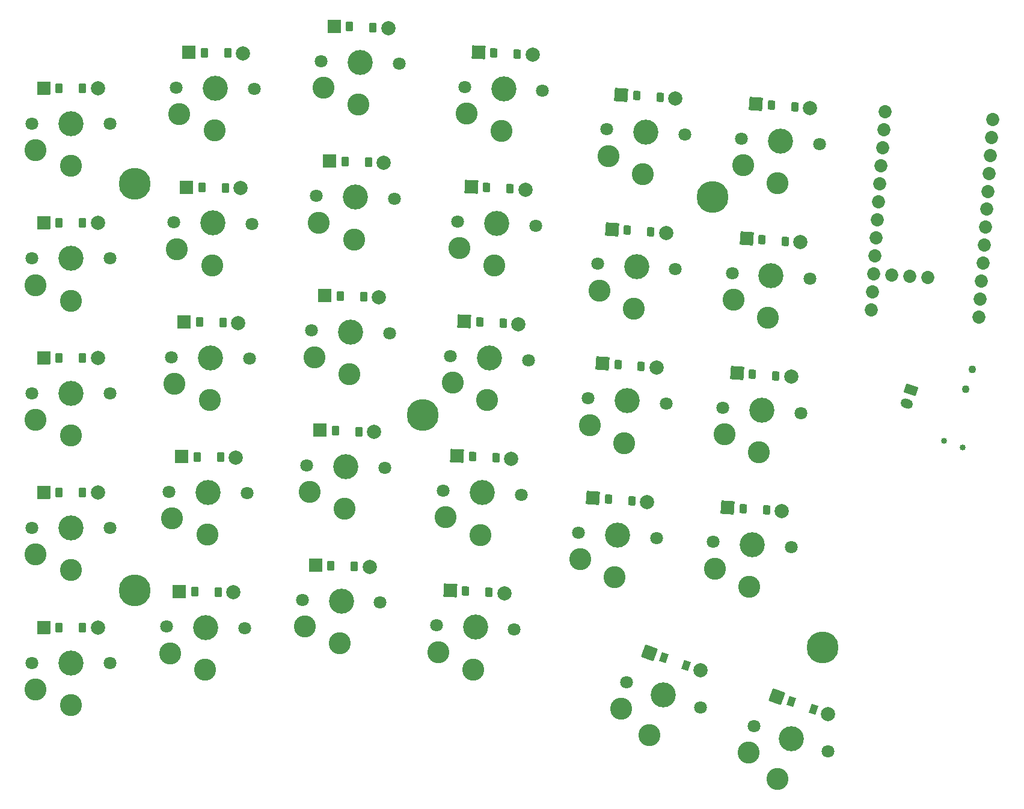
<source format=gbr>
%TF.GenerationSoftware,KiCad,Pcbnew,8.0.4*%
%TF.CreationDate,2024-08-23T21:57:30-04:00*%
%TF.ProjectId,left,6c656674-2e6b-4696-9361-645f70636258,v1.0.0*%
%TF.SameCoordinates,Original*%
%TF.FileFunction,Soldermask,Top*%
%TF.FilePolarity,Negative*%
%FSLAX46Y46*%
G04 Gerber Fmt 4.6, Leading zero omitted, Abs format (unit mm)*
G04 Created by KiCad (PCBNEW 8.0.4) date 2024-08-23 21:57:30*
%MOMM*%
%LPD*%
G01*
G04 APERTURE LIST*
G04 Aperture macros list*
%AMRoundRect*
0 Rectangle with rounded corners*
0 $1 Rounding radius*
0 $2 $3 $4 $5 $6 $7 $8 $9 X,Y pos of 4 corners*
0 Add a 4 corners polygon primitive as box body*
4,1,4,$2,$3,$4,$5,$6,$7,$8,$9,$2,$3,0*
0 Add four circle primitives for the rounded corners*
1,1,$1+$1,$2,$3*
1,1,$1+$1,$4,$5*
1,1,$1+$1,$6,$7*
1,1,$1+$1,$8,$9*
0 Add four rect primitives between the rounded corners*
20,1,$1+$1,$2,$3,$4,$5,0*
20,1,$1+$1,$4,$5,$6,$7,0*
20,1,$1+$1,$6,$7,$8,$9,0*
20,1,$1+$1,$8,$9,$2,$3,0*%
%AMHorizOval*
0 Thick line with rounded ends*
0 $1 width*
0 $2 $3 position (X,Y) of the first rounded end (center of the circle)*
0 $4 $5 position (X,Y) of the second rounded end (center of the circle)*
0 Add line between two ends*
20,1,$1,$2,$3,$4,$5,0*
0 Add two circle primitives to create the rounded ends*
1,1,$1,$2,$3*
1,1,$1,$4,$5*%
G04 Aperture macros list end*
%ADD10C,1.100000*%
%ADD11RoundRect,0.050000X-0.904380X-0.873349X0.873349X-0.904380X0.904380X0.873349X-0.873349X0.904380X0*%
%ADD12RoundRect,0.050000X-0.460403X-0.592055X0.439460X-0.607762X0.460403X0.592055X-0.439460X0.607762X0*%
%ADD13C,2.005000*%
%ADD14RoundRect,0.050000X-0.934308X-0.841255X0.841255X-0.934308X0.934308X0.841255X-0.841255X0.934308X0*%
%ADD15RoundRect,0.050000X-0.480785X-0.575627X0.417982X-0.622729X0.480785X0.575627X-0.417982X0.622729X0*%
%ADD16C,1.801800*%
%ADD17C,3.100000*%
%ADD18C,3.529000*%
%ADD19RoundRect,0.050000X-0.608350X0.844044X-0.999032X-0.290578X0.608350X-0.844044X0.999032X0.290578X0*%
%ADD20HorizOval,1.300000X-0.236380X0.081392X0.236380X-0.081392X0*%
%ADD21RoundRect,0.050000X-0.919484X-0.857433X0.857433X-0.919484X0.919484X0.857433X-0.857433X0.919484X0*%
%ADD22RoundRect,0.050000X-0.470666X-0.583930X0.428786X-0.615339X0.470666X0.583930X-0.428786X0.615339X0*%
%ADD23C,0.850000*%
%ADD24RoundRect,0.050000X-0.948848X-0.824821X0.824821X-0.948848X0.948848X0.824821X-0.824821X0.948848X0*%
%ADD25RoundRect,0.050000X-0.490758X-0.567148X0.407050X-0.629929X0.490758X0.567148X-0.407050X0.629929X0*%
%ADD26RoundRect,0.050000X-0.889000X-0.889000X0.889000X-0.889000X0.889000X0.889000X-0.889000X0.889000X0*%
%ADD27RoundRect,0.050000X-0.450000X-0.600000X0.450000X-0.600000X0.450000X0.600000X-0.450000X0.600000X0*%
%ADD28C,0.800000*%
%ADD29C,4.500000*%
%ADD30RoundRect,0.050000X-1.129996X-0.551136X0.551136X-1.129996X1.129996X0.551136X-0.551136X1.129996X0*%
%ADD31RoundRect,0.050000X-0.620824X-0.420805X0.230142X-0.713817X0.620824X0.420805X-0.230142X0.713817X0*%
%ADD32C,1.852600*%
G04 APERTURE END LIST*
D10*
%TO.C,T1*%
X176959480Y-158599758D03*
X175982776Y-161436314D03*
%TD*%
D11*
%TO.C,D8*%
X65941033Y-151940055D03*
D12*
X68100704Y-151977753D03*
X71400202Y-152035345D03*
D13*
X73559873Y-152073043D03*
%TD*%
D14*
%TO.C,D18*%
X105396310Y-151852998D03*
D15*
X107553350Y-151966044D03*
X110848828Y-152138752D03*
D13*
X113005868Y-152251798D03*
%TD*%
D16*
%TO.C,S24*%
X136451018Y-125549792D03*
D17*
X130549365Y-131101637D03*
D18*
X130964416Y-125166131D03*
D17*
X125715009Y-128558214D03*
D16*
X125477814Y-124782470D03*
%TD*%
D19*
%TO.C,JST1*%
X168328564Y-161550571D03*
D20*
X167677428Y-163441609D03*
%TD*%
D21*
%TO.C,D15*%
X87086096Y-110248581D03*
D22*
X89244780Y-110323964D03*
X92542770Y-110439132D03*
D13*
X94701454Y-110514515D03*
%TD*%
D23*
%TO.C,B1*%
X175578120Y-169599302D03*
X172977944Y-168703990D03*
%TD*%
D14*
%TO.C,D17*%
X104401927Y-170826959D03*
D15*
X106558967Y-170940005D03*
X109854445Y-171112713D03*
D13*
X112011485Y-171225759D03*
%TD*%
D11*
%TO.C,D9*%
X66272629Y-132942949D03*
D12*
X68432300Y-132980647D03*
X71731798Y-133038239D03*
D13*
X73891469Y-133075937D03*
%TD*%
D16*
%TO.C,S23*%
X135125645Y-144503509D03*
D17*
X129223992Y-150055354D03*
D18*
X129639043Y-144119848D03*
D17*
X124389636Y-147511931D03*
D16*
X124152441Y-143736187D03*
%TD*%
D24*
%TO.C,D26*%
X143815451Y-159145345D03*
D25*
X145970189Y-159296019D03*
X149262151Y-159526215D03*
D13*
X151416889Y-159676889D03*
%TD*%
D16*
%TO.C,S11*%
X93563566Y-191524152D03*
D17*
X87859264Y-197278580D03*
D18*
X88066916Y-191332205D03*
D17*
X82939089Y-194905423D03*
D16*
X82570266Y-191140258D03*
%TD*%
D24*
%TO.C,D24*%
X127512480Y-119912538D03*
D25*
X129667218Y-120063212D03*
X132959180Y-120293408D03*
D13*
X135113918Y-120444082D03*
%TD*%
D16*
%TO.C,S2*%
X55500000Y-181000000D03*
D17*
X50000000Y-186950000D03*
D18*
X50000000Y-181000000D03*
D17*
X45000000Y-184750000D03*
D16*
X44500000Y-181000000D03*
%TD*%
%TO.C,S4*%
X55500000Y-143000000D03*
D17*
X50000000Y-148950000D03*
D18*
X50000000Y-143000000D03*
D17*
X45000000Y-146750000D03*
D16*
X44500000Y-143000000D03*
%TD*%
D21*
%TO.C,D11*%
X84433734Y-186202284D03*
D22*
X86592418Y-186277667D03*
X89890408Y-186392835D03*
D13*
X92049092Y-186468218D03*
%TD*%
D24*
%TO.C,D28*%
X146466197Y-121237911D03*
D25*
X148620935Y-121388585D03*
X151912897Y-121618781D03*
D13*
X154067635Y-121769455D03*
%TD*%
D26*
%TO.C,D5*%
X46190000Y-119000000D03*
D27*
X48350000Y-119000000D03*
X51650000Y-119000000D03*
D13*
X53810000Y-119000000D03*
%TD*%
D11*
%TO.C,D7*%
X65609438Y-170937161D03*
D12*
X67769109Y-170974859D03*
X71068607Y-171032451D03*
D13*
X73228278Y-171070149D03*
%TD*%
D21*
%TO.C,D14*%
X86423006Y-129237007D03*
D22*
X88581690Y-129312390D03*
X91879680Y-129427558D03*
D13*
X94038364Y-129502941D03*
%TD*%
D16*
%TO.C,S18*%
X114431871Y-157333393D03*
D17*
X108628010Y-162987391D03*
D18*
X108939409Y-157045545D03*
D17*
X103750001Y-160528726D03*
D16*
X103446947Y-156757697D03*
%TD*%
D26*
%TO.C,D2*%
X46190000Y-176000000D03*
D27*
X48350000Y-176000000D03*
X51650000Y-176000000D03*
D13*
X53810000Y-176000000D03*
%TD*%
D16*
%TO.C,S28*%
X155404735Y-126875165D03*
D17*
X149503082Y-132427010D03*
D18*
X149918133Y-126491504D03*
D17*
X144668726Y-129883587D03*
D16*
X144431531Y-126107843D03*
%TD*%
D26*
%TO.C,D4*%
X46190000Y-138000000D03*
D27*
X48350000Y-138000000D03*
X51650000Y-138000000D03*
D13*
X53810000Y-138000000D03*
%TD*%
D16*
%TO.C,S19*%
X115426255Y-138359432D03*
D17*
X109622394Y-144013430D03*
D18*
X109933793Y-138071584D03*
D17*
X104744385Y-141554765D03*
D16*
X104441331Y-137783736D03*
%TD*%
%TO.C,S27*%
X154079362Y-145828882D03*
D17*
X148177709Y-151380727D03*
D18*
X148592760Y-145445221D03*
D17*
X143343353Y-148837304D03*
D16*
X143106158Y-145061560D03*
%TD*%
D24*
%TO.C,D25*%
X142490078Y-178099062D03*
D25*
X144644816Y-178249736D03*
X147936778Y-178479932D03*
D13*
X150091516Y-178630606D03*
%TD*%
D24*
%TO.C,D22*%
X124861734Y-157819972D03*
D25*
X127016472Y-157970646D03*
X130308434Y-158200842D03*
D13*
X132463172Y-158351516D03*
%TD*%
D16*
%TO.C,S17*%
X113437488Y-176307355D03*
D17*
X107633627Y-181961353D03*
D18*
X107945026Y-176019507D03*
D17*
X102755618Y-179502688D03*
D16*
X102452564Y-175731659D03*
%TD*%
D11*
%TO.C,D10*%
X66604225Y-113945843D03*
D12*
X68763896Y-113983541D03*
X72063394Y-114041133D03*
D13*
X74223065Y-114078831D03*
%TD*%
D16*
%TO.C,S1*%
X55500000Y-200000000D03*
D17*
X50000000Y-205950000D03*
D18*
X50000000Y-200000000D03*
D17*
X45000000Y-203750000D03*
D16*
X44500000Y-200000000D03*
%TD*%
%TO.C,S16*%
X112443105Y-195281316D03*
D17*
X106639244Y-200935314D03*
D18*
X106950643Y-194993468D03*
D17*
X101761235Y-198476649D03*
D16*
X101458181Y-194705620D03*
%TD*%
D26*
%TO.C,D1*%
X46190000Y-195000000D03*
D27*
X48350000Y-195000000D03*
X51650000Y-195000000D03*
D13*
X53810000Y-195000000D03*
%TD*%
D24*
%TO.C,D23*%
X126187107Y-138866255D03*
D25*
X128341845Y-139016929D03*
X131633807Y-139247125D03*
D13*
X133788545Y-139397799D03*
%TD*%
D28*
%TO.C,_4*%
X138701146Y-134227892D03*
X139264630Y-133097719D03*
X139101856Y-135425487D03*
X140462225Y-132697009D03*
D29*
X140347127Y-134342990D03*
D28*
X140232029Y-135988971D03*
X141592398Y-133260493D03*
X141429624Y-135588261D03*
X141993108Y-134458088D03*
%TD*%
%TO.C,_2*%
X57350000Y-189800000D03*
X57833274Y-188633274D03*
X57833274Y-190966726D03*
X59000000Y-188150000D03*
D29*
X59000000Y-189800000D03*
D28*
X59000000Y-191450000D03*
X60166726Y-188633274D03*
X60166726Y-190966726D03*
X60650000Y-189800000D03*
%TD*%
D24*
%TO.C,D21*%
X123536361Y-176773689D03*
D25*
X125691099Y-176924363D03*
X128983061Y-177154559D03*
D13*
X131137799Y-177305233D03*
%TD*%
D16*
%TO.C,S13*%
X94889747Y-153547301D03*
D17*
X89185445Y-159301729D03*
D18*
X89393097Y-153355354D03*
D17*
X84265270Y-156928572D03*
D16*
X83896447Y-153163407D03*
%TD*%
%TO.C,S22*%
X133800272Y-163457226D03*
D17*
X127898619Y-169009071D03*
D18*
X128313670Y-163073565D03*
D17*
X123064263Y-166465648D03*
D16*
X122827068Y-162689904D03*
%TD*%
%TO.C,S9*%
X75493949Y-138104669D03*
D17*
X69890945Y-143957775D03*
D18*
X69994787Y-138008681D03*
D17*
X64930102Y-141670848D03*
D16*
X64495625Y-137912693D03*
%TD*%
D30*
%TO.C,D30*%
X149424435Y-204749530D03*
D31*
X151466755Y-205452758D03*
X154586967Y-206527132D03*
D13*
X156629287Y-207230360D03*
%TD*%
D24*
%TO.C,D27*%
X145140824Y-140191628D03*
D25*
X147295562Y-140342302D03*
X150587524Y-140572498D03*
D13*
X152742262Y-140723172D03*
%TD*%
D28*
%TO.C,_3*%
X97859149Y-164976519D03*
X98402823Y-163836684D03*
X98280699Y-166166938D03*
X99593242Y-163415134D03*
D29*
X99506888Y-165062873D03*
D28*
X99420534Y-166710612D03*
X100733077Y-163958808D03*
X100610953Y-166289062D03*
X101154627Y-165149227D03*
%TD*%
D16*
%TO.C,S15*%
X96215927Y-115570449D03*
D17*
X90511625Y-121324877D03*
D18*
X90719277Y-115378502D03*
D17*
X85591450Y-118951720D03*
D16*
X85222627Y-115186555D03*
%TD*%
D28*
%TO.C,_1*%
X57350000Y-132500000D03*
X57833274Y-131333274D03*
X57833274Y-133666726D03*
X59000000Y-130850000D03*
D29*
X59000000Y-132500000D03*
D28*
X59000000Y-134150000D03*
X60166726Y-131333274D03*
X60166726Y-133666726D03*
X60650000Y-132500000D03*
%TD*%
D16*
%TO.C,S6*%
X74499162Y-195095988D03*
D17*
X68896158Y-200949094D03*
D18*
X69000000Y-195000000D03*
D17*
X63935315Y-198662167D03*
D16*
X63500838Y-194904012D03*
%TD*%
D26*
%TO.C,D3*%
X46190000Y-157000000D03*
D27*
X48350000Y-157000000D03*
X51650000Y-157000000D03*
D13*
X53810000Y-157000000D03*
%TD*%
D16*
%TO.C,S5*%
X55500000Y-124000000D03*
D17*
X50000000Y-129950000D03*
D18*
X50000000Y-124000000D03*
D17*
X45000000Y-127750000D03*
D16*
X44500000Y-124000000D03*
%TD*%
D28*
%TO.C,_5*%
X154266641Y-197321298D03*
X155103435Y-196375475D03*
X154343737Y-198581797D03*
X156363934Y-196298379D03*
D29*
X155826747Y-197858485D03*
D28*
X155289560Y-199418591D03*
X157309757Y-197135173D03*
X156550059Y-199341495D03*
X157386853Y-198395672D03*
%TD*%
D16*
%TO.C,S8*%
X75162353Y-157101776D03*
D17*
X69559349Y-162954882D03*
D18*
X69663191Y-157005788D03*
D17*
X64598506Y-160667955D03*
D16*
X64164029Y-156909800D03*
%TD*%
D32*
%TO.C,MCU1*%
X164623746Y-122337196D03*
X164446564Y-124871009D03*
X164269383Y-127404821D03*
X164092202Y-129938634D03*
X163915020Y-132472447D03*
X163737839Y-135006259D03*
X163560657Y-137540072D03*
X163383476Y-140073885D03*
X163206294Y-142607697D03*
X163029113Y-145141510D03*
X162851931Y-147675323D03*
X162674750Y-150209135D03*
X177877626Y-151272224D03*
X178054808Y-148738411D03*
X178231989Y-146204599D03*
X178409170Y-143670786D03*
X178586352Y-141136973D03*
X178763533Y-138603161D03*
X178940715Y-136069348D03*
X179117896Y-133535535D03*
X179295078Y-131001723D03*
X179472259Y-128467910D03*
X179649441Y-125934097D03*
X179826622Y-123400285D03*
X165562926Y-145318692D03*
X168096738Y-145495873D03*
X170630551Y-145673054D03*
%TD*%
D14*
%TO.C,D16*%
X103407544Y-189800920D03*
D15*
X105564584Y-189913966D03*
X108860062Y-190086674D03*
D13*
X111017102Y-190199720D03*
%TD*%
D14*
%TO.C,D19*%
X106390693Y-132879037D03*
D15*
X108547733Y-132992083D03*
X111843211Y-133164791D03*
D13*
X114000251Y-133277837D03*
%TD*%
D16*
%TO.C,S29*%
X138634519Y-206322368D03*
D17*
X131497036Y-210157579D03*
D18*
X133434167Y-204531743D03*
D17*
X127485694Y-206449597D03*
D16*
X128233815Y-202741118D03*
%TD*%
%TO.C,S26*%
X152753989Y-164782599D03*
D17*
X146852336Y-170334444D03*
D18*
X147267387Y-164398938D03*
D17*
X142017980Y-167791021D03*
D16*
X141780785Y-164015277D03*
%TD*%
%TO.C,S3*%
X55500000Y-162000000D03*
D17*
X50000000Y-167950000D03*
D18*
X50000000Y-162000000D03*
D17*
X45000000Y-165750000D03*
D16*
X44500000Y-162000000D03*
%TD*%
D30*
%TO.C,D29*%
X131459582Y-198563735D03*
D31*
X133501902Y-199266963D03*
X136622114Y-200341337D03*
D13*
X138664434Y-201044565D03*
%TD*%
D16*
%TO.C,S20*%
X116420638Y-119385471D03*
D17*
X110616777Y-125039469D03*
D18*
X110928176Y-119097623D03*
D17*
X105738768Y-122580804D03*
D16*
X105435714Y-118809775D03*
%TD*%
D14*
%TO.C,D20*%
X107385077Y-113905075D03*
D15*
X109542117Y-114018121D03*
X112837595Y-114190829D03*
D13*
X114994635Y-114303875D03*
%TD*%
D16*
%TO.C,S10*%
X75825545Y-119107563D03*
D17*
X70222541Y-124960669D03*
D18*
X70326383Y-119011575D03*
D17*
X65261698Y-122673742D03*
D16*
X64827221Y-118915587D03*
%TD*%
%TO.C,S14*%
X95552837Y-134558875D03*
D17*
X89848535Y-140313303D03*
D18*
X90056187Y-134366928D03*
D17*
X84928360Y-137940146D03*
D16*
X84559537Y-134174981D03*
%TD*%
D21*
%TO.C,D13*%
X85759915Y-148225432D03*
D22*
X87918599Y-148300815D03*
X91216589Y-148415983D03*
D13*
X93375273Y-148491366D03*
%TD*%
D16*
%TO.C,S7*%
X74830758Y-176098882D03*
D17*
X69227754Y-181951988D03*
D18*
X69331596Y-176002894D03*
D17*
X64266911Y-179665061D03*
D16*
X63832434Y-175906906D03*
%TD*%
D21*
%TO.C,D12*%
X85096825Y-167213858D03*
D22*
X87255509Y-167289241D03*
X90553499Y-167404409D03*
D13*
X92712183Y-167479792D03*
%TD*%
D16*
%TO.C,S12*%
X94226656Y-172535726D03*
D17*
X88522354Y-178290154D03*
D18*
X88730006Y-172343779D03*
D17*
X83602179Y-175916997D03*
D16*
X83233356Y-172151832D03*
%TD*%
%TO.C,S21*%
X132474899Y-182410943D03*
D17*
X126573246Y-187962788D03*
D18*
X126988297Y-182027282D03*
D17*
X121738890Y-185419365D03*
D16*
X121501695Y-181643621D03*
%TD*%
D11*
%TO.C,D6*%
X65277842Y-189934268D03*
D12*
X67437513Y-189971966D03*
X70737011Y-190029558D03*
D13*
X72896682Y-190067256D03*
%TD*%
D16*
%TO.C,S30*%
X156599372Y-212508162D03*
D17*
X149461889Y-216343373D03*
D18*
X151399020Y-210717537D03*
D17*
X145450547Y-212635391D03*
D16*
X146198668Y-208926912D03*
%TD*%
%TO.C,S25*%
X151428616Y-183736316D03*
D17*
X145526963Y-189288161D03*
D18*
X145942014Y-183352655D03*
D17*
X140692607Y-186744738D03*
D16*
X140455412Y-182968994D03*
%TD*%
M02*

</source>
